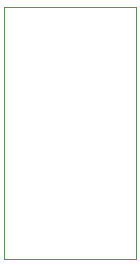
<source format=gm1>
G04 #@! TF.GenerationSoftware,KiCad,Pcbnew,(6.0.9)*
G04 #@! TF.CreationDate,2023-05-28T18:51:30+02:00*
G04 #@! TF.ProjectId,SOIC-SSOP-DIP adapter,534f4943-2d53-4534-9f50-2d4449502061,rev?*
G04 #@! TF.SameCoordinates,Original*
G04 #@! TF.FileFunction,Profile,NP*
%FSLAX46Y46*%
G04 Gerber Fmt 4.6, Leading zero omitted, Abs format (unit mm)*
G04 Created by KiCad (PCBNEW (6.0.9)) date 2023-05-28 18:51:30*
%MOMM*%
%LPD*%
G01*
G04 APERTURE LIST*
G04 #@! TA.AperFunction,Profile*
%ADD10C,0.100000*%
G04 #@! TD*
G04 APERTURE END LIST*
D10*
X75438000Y-108712000D02*
X64262000Y-108712000D01*
X75438000Y-130048000D02*
X75438000Y-108712000D01*
X64262000Y-108712000D02*
X64262000Y-130048000D01*
X64262000Y-130048000D02*
X75438000Y-130048000D01*
M02*

</source>
